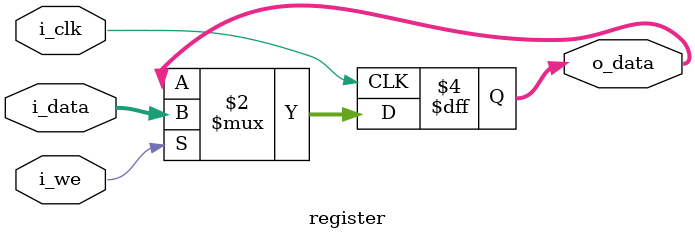
<source format=v>
module register(
	input i_clk, 
	input i_we, 
	input [15:0] i_data, 
	output reg [15:0] o_data
);

always @(posedge i_clk) begin
    if(i_we)
        o_data <= i_data;
end

endmodule
</source>
